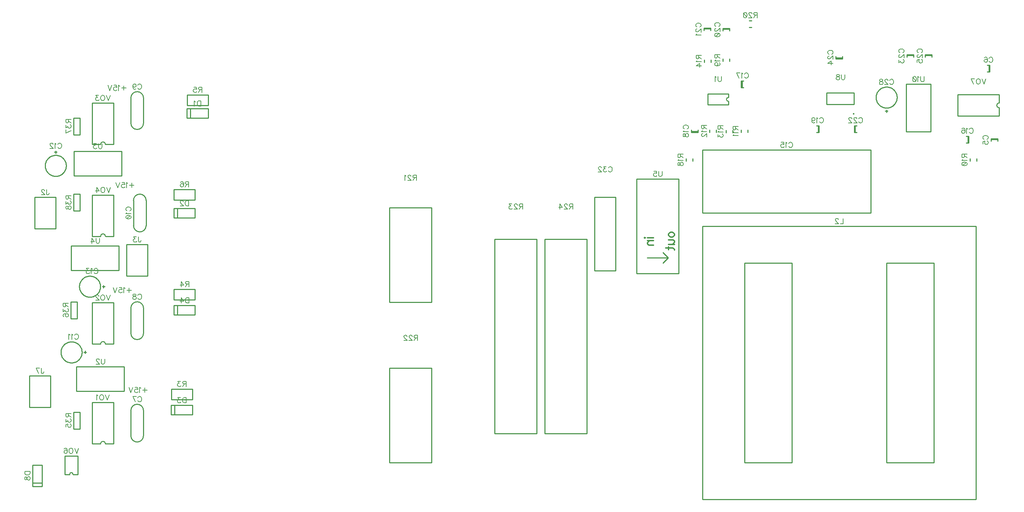
<source format=gbr>
G04 DipTrace 3.0.0.1*
G04 BottomSilk.gbr*
%MOMM*%
G04 #@! TF.FileFunction,Legend,Bot*
G04 #@! TF.Part,Single*
%ADD10C,0.25*%
%ADD67O,0.39124X0.39194*%
%ADD164C,0.19608*%
%ADD165C,0.31373*%
%FSLAX35Y35*%
G04*
G71*
G90*
G75*
G01*
G04 BotSilk*
%LPD*%
X24146420Y8888000D2*
D10*
X23986580D1*
X24146420Y8906920D2*
X23986580D1*
X24146420D2*
Y8847080D1*
X23986580Y8906920D2*
Y8847080D1*
X23937500Y10524580D2*
Y10684420D1*
X23956420Y10524580D2*
Y10684420D1*
Y10524580D2*
X23896580D1*
X23956420Y10684420D2*
X23896580D1*
X3517900Y1727505D2*
Y2336495D1*
X3213100Y1727505D2*
Y2336495D1*
G02X3517900Y2336495I152400J304D01*
G01*
Y1727505D2*
G02X3213100Y1727505I-152400J-304D01*
G01*
X3517900Y4204005D2*
Y4812995D1*
X3213100Y4204005D2*
Y4812995D1*
G02X3517900Y4812995I152400J304D01*
G01*
Y4204005D2*
G02X3213100Y4204005I-152400J-304D01*
G01*
X3517900Y9284005D2*
Y9892995D1*
X3213100Y9284005D2*
Y9892995D1*
G02X3517900Y9892995I152400J304D01*
G01*
Y9284005D2*
G02X3213100Y9284005I-152400J-304D01*
G01*
X3581400Y6807505D2*
Y7416495D1*
X3276600Y6807505D2*
Y7416495D1*
G02X3581400Y7416495I152400J304D01*
G01*
Y6807505D2*
G02X3276600Y6807505I-152400J-304D01*
G01*
X2107898Y3716477D2*
Y3776523D1*
X2137918Y3746500D2*
X2077940D1*
X1524015D2*
X1524634Y3764218D1*
X1526486Y3781850D1*
X1529564Y3799310D1*
X1533851Y3816512D1*
X1539328Y3833373D1*
X1545967Y3849811D1*
X1553736Y3865746D1*
X1562597Y3881099D1*
X1572508Y3895797D1*
X1583419Y3909768D1*
X1595278Y3922943D1*
X1608026Y3935259D1*
X1621603Y3946655D1*
X1635941Y3957076D1*
X1650970Y3966470D1*
X1666618Y3974794D1*
X1682809Y3982005D1*
X1699463Y3988068D1*
X1716499Y3992955D1*
X1733834Y3996641D1*
X1751385Y3999109D1*
X1769064Y4000345D1*
X1786787D1*
X1804466Y3999109D1*
X1822017Y3996641D1*
X1839352Y3992955D1*
X1856388Y3988068D1*
X1873042Y3982005D1*
X1889232Y3974794D1*
X1904881Y3966470D1*
X1919910Y3957076D1*
X1934248Y3946655D1*
X1947825Y3935259D1*
X1960573Y3922943D1*
X1972432Y3909768D1*
X1983343Y3895797D1*
X1993254Y3881099D1*
X2002115Y3865746D1*
X2009884Y3849811D1*
X2016523Y3833373D1*
X2022000Y3816512D1*
X2026287Y3799310D1*
X2029365Y3781850D1*
X2031217Y3764218D1*
X2031836Y3746500D1*
X2031217Y3728782D1*
X2029365Y3711150D1*
X2026287Y3693690D1*
X2022000Y3676488D1*
X2016523Y3659627D1*
X2009884Y3643189D1*
X2002115Y3627254D1*
X1993254Y3611901D1*
X1983343Y3597203D1*
X1972432Y3583232D1*
X1960573Y3570057D1*
X1947825Y3557741D1*
X1934248Y3546345D1*
X1919910Y3535924D1*
X1904881Y3526530D1*
X1889232Y3518206D1*
X1873042Y3510995D1*
X1856388Y3504932D1*
X1839352Y3500045D1*
X1822017Y3496359D1*
X1804466Y3493891D1*
X1786787Y3492655D1*
X1769064D1*
X1751385Y3493891D1*
X1733834Y3496359D1*
X1716499Y3500045D1*
X1699463Y3504932D1*
X1682809Y3510995D1*
X1666618Y3518206D1*
X1650970Y3526530D1*
X1635941Y3535924D1*
X1621603Y3546345D1*
X1608026Y3557741D1*
X1595278Y3570057D1*
X1583419Y3583232D1*
X1572508Y3597203D1*
X1562597Y3611901D1*
X1553736Y3627254D1*
X1545967Y3643189D1*
X1539328Y3659627D1*
X1533851Y3676488D1*
X1529564Y3693690D1*
X1526486Y3711150D1*
X1524634Y3728782D1*
X1524015Y3746500D1*
X1427023Y8584898D2*
X1366977D1*
X1397000Y8614918D2*
Y8554940D1*
X1143000Y8254925D2*
X1143619Y8272637D1*
X1145472Y8290263D1*
X1148551Y8307716D1*
X1152840Y8324913D1*
X1158318Y8341768D1*
X1164959Y8358200D1*
X1172731Y8374129D1*
X1181596Y8389477D1*
X1191510Y8404170D1*
X1202425Y8418136D1*
X1214288Y8431306D1*
X1227041Y8443618D1*
X1240622Y8455010D1*
X1254965Y8465427D1*
X1270000Y8474818D1*
X1285654Y8483139D1*
X1301850Y8490347D1*
X1318510Y8496409D1*
X1335552Y8501294D1*
X1352893Y8504978D1*
X1370450Y8507445D1*
X1388136Y8508681D1*
X1405864D1*
X1423550Y8507445D1*
X1441107Y8504978D1*
X1458448Y8501294D1*
X1475490Y8496409D1*
X1492150Y8490347D1*
X1508346Y8483139D1*
X1524000Y8474818D1*
X1539035Y8465427D1*
X1553378Y8455010D1*
X1566959Y8443618D1*
X1579712Y8431306D1*
X1591575Y8418136D1*
X1602490Y8404170D1*
X1612404Y8389477D1*
X1621269Y8374129D1*
X1629041Y8358200D1*
X1635682Y8341768D1*
X1641160Y8324913D1*
X1645449Y8307716D1*
X1648528Y8290263D1*
X1650381Y8272637D1*
X1651000Y8254925D1*
X1650381Y8237214D1*
X1648528Y8219588D1*
X1645449Y8202134D1*
X1641160Y8184938D1*
X1635682Y8168083D1*
X1629041Y8151651D1*
X1621269Y8135722D1*
X1612404Y8120373D1*
X1602490Y8105681D1*
X1591575Y8091715D1*
X1579712Y8078544D1*
X1566959Y8066233D1*
X1553378Y8054841D1*
X1539035Y8044424D1*
X1524000Y8035033D1*
X1508346Y8026712D1*
X1492150Y8019504D1*
X1475490Y8013442D1*
X1458448Y8008557D1*
X1441107Y8004872D1*
X1423550Y8002406D1*
X1405864Y8001170D1*
X1388136D1*
X1370450Y8002406D1*
X1352893Y8004872D1*
X1335552Y8008557D1*
X1318510Y8013442D1*
X1301850Y8019504D1*
X1285654Y8026712D1*
X1270000Y8035033D1*
X1254965Y8044424D1*
X1240622Y8054841D1*
X1227041Y8066233D1*
X1214288Y8078544D1*
X1202425Y8091715D1*
X1191510Y8105681D1*
X1181596Y8120373D1*
X1172731Y8135722D1*
X1164959Y8151651D1*
X1158318Y8168083D1*
X1152840Y8184938D1*
X1148551Y8202134D1*
X1145472Y8219588D1*
X1143619Y8237214D1*
X1143000Y8254925D1*
X2552398Y5303977D2*
Y5364023D1*
X2582418Y5334000D2*
X2522440D1*
X1968515D2*
X1969134Y5351718D1*
X1970986Y5369350D1*
X1974064Y5386810D1*
X1978351Y5404012D1*
X1983828Y5420873D1*
X1990467Y5437311D1*
X1998236Y5453246D1*
X2007097Y5468599D1*
X2017008Y5483297D1*
X2027919Y5497268D1*
X2039778Y5510443D1*
X2052526Y5522759D1*
X2066103Y5534155D1*
X2080441Y5544576D1*
X2095470Y5553970D1*
X2111118Y5562294D1*
X2127309Y5569505D1*
X2143963Y5575568D1*
X2160999Y5580455D1*
X2178334Y5584141D1*
X2195885Y5586609D1*
X2213564Y5587845D1*
X2231287D1*
X2248966Y5586609D1*
X2266517Y5584141D1*
X2283852Y5580455D1*
X2300888Y5575568D1*
X2317542Y5569505D1*
X2333732Y5562294D1*
X2349381Y5553970D1*
X2364410Y5544576D1*
X2378748Y5534155D1*
X2392325Y5522759D1*
X2405073Y5510443D1*
X2416932Y5497268D1*
X2427843Y5483297D1*
X2437754Y5468599D1*
X2446615Y5453246D1*
X2454384Y5437311D1*
X2461023Y5420873D1*
X2466500Y5404012D1*
X2470787Y5386810D1*
X2473865Y5369350D1*
X2475717Y5351718D1*
X2476336Y5334000D1*
X2475717Y5316282D1*
X2473865Y5298650D1*
X2470787Y5281190D1*
X2466500Y5263988D1*
X2461023Y5247127D1*
X2454384Y5230689D1*
X2446615Y5214754D1*
X2437754Y5199401D1*
X2427843Y5184703D1*
X2416932Y5170732D1*
X2405073Y5157557D1*
X2392325Y5145241D1*
X2378748Y5133845D1*
X2364410Y5123424D1*
X2349381Y5114030D1*
X2333732Y5105706D1*
X2317542Y5098495D1*
X2300888Y5092432D1*
X2283852Y5087545D1*
X2266517Y5083859D1*
X2248966Y5081391D1*
X2231287Y5080155D1*
X2213564D1*
X2195885Y5081391D1*
X2178334Y5083859D1*
X2160999Y5087545D1*
X2143963Y5092432D1*
X2127309Y5098495D1*
X2111118Y5105706D1*
X2095470Y5114030D1*
X2080441Y5123424D1*
X2066103Y5133845D1*
X2052526Y5145241D1*
X2039778Y5157557D1*
X2027919Y5170732D1*
X2017008Y5184703D1*
X2007097Y5199401D1*
X1998236Y5214754D1*
X1990467Y5230689D1*
X1983828Y5247127D1*
X1978351Y5263988D1*
X1974064Y5281190D1*
X1970986Y5298650D1*
X1969134Y5316282D1*
X1968515Y5334000D1*
X17017849Y7112000D2*
X21082151D1*
Y8636000D1*
X17017849D1*
Y7112000D1*
X23429500Y8810080D2*
Y8969920D1*
X23448420Y8810080D2*
Y8969920D1*
Y8810080D2*
X23388580D1*
X23448420Y8969920D2*
X23388580D1*
X17972500Y10303420D2*
Y10143580D1*
X17953580Y10303420D2*
Y10143580D1*
Y10303420D2*
X18013420D1*
X17953580Y10143580D2*
X18013420D1*
X16747580Y9082500D2*
X16907420D1*
X16747580Y9063580D2*
X16907420D1*
X16747580D2*
Y9123420D1*
X16907420Y9063580D2*
Y9123420D1*
X19810000Y9064080D2*
Y9223920D1*
X19828920Y9064080D2*
Y9223920D1*
Y9064080D2*
X19769080D1*
X19828920Y9223920D2*
X19769080D1*
X17669420Y11555000D2*
X17509580D1*
X17669420Y11573920D2*
X17509580D1*
X17669420D2*
Y11514080D1*
X17509580Y11573920D2*
Y11514080D1*
X17211920Y11568000D2*
X17052080D1*
X17211920Y11586920D2*
X17052080D1*
X17211920D2*
Y11527080D1*
X17052080Y11586920D2*
Y11527080D1*
X20703000Y9223920D2*
Y9064080D1*
X20684080Y9223920D2*
Y9064080D1*
Y9223920D2*
X20743920D1*
X20684080Y9064080D2*
X20743920D1*
X22114420Y10920000D2*
X21954580D1*
X22114420Y10938920D2*
X21954580D1*
X22114420D2*
Y10879080D1*
X21954580Y10938920D2*
Y10879080D1*
X20240080Y10860500D2*
X20399920D1*
X20240080Y10841580D2*
X20399920D1*
X20240080D2*
Y10901420D1*
X20399920Y10841580D2*
Y10901420D1*
X22558920Y10920000D2*
X22399080D1*
X22558920Y10938920D2*
X22399080D1*
X22558920D2*
Y10879080D1*
X22399080Y10938920D2*
Y10879080D1*
X21432977Y9576102D2*
X21493023D1*
X21463000Y9546082D2*
Y9606060D1*
X21209000Y9906075D2*
X21209619Y9923786D1*
X21211472Y9941412D1*
X21214551Y9958866D1*
X21218840Y9976062D1*
X21224318Y9992917D1*
X21230959Y10009349D1*
X21238731Y10025278D1*
X21247596Y10040627D1*
X21257510Y10055319D1*
X21268425Y10069285D1*
X21280288Y10082456D1*
X21293041Y10094767D1*
X21306622Y10106159D1*
X21320965Y10116576D1*
X21336000Y10125967D1*
X21351654Y10134288D1*
X21367850Y10141496D1*
X21384510Y10147558D1*
X21401552Y10152443D1*
X21418893Y10156128D1*
X21436450Y10158594D1*
X21454136Y10159830D1*
X21471864D1*
X21489550Y10158594D1*
X21507107Y10156128D1*
X21524448Y10152443D1*
X21541490Y10147558D1*
X21558150Y10141496D1*
X21574346Y10134288D1*
X21590000Y10125967D1*
X21605035Y10116576D1*
X21619378Y10106159D1*
X21632959Y10094767D1*
X21645712Y10082456D1*
X21657575Y10069285D1*
X21668490Y10055319D1*
X21678404Y10040627D1*
X21687269Y10025278D1*
X21695041Y10009349D1*
X21701682Y9992917D1*
X21707160Y9976062D1*
X21711449Y9958866D1*
X21714528Y9941412D1*
X21716381Y9923786D1*
X21717000Y9906075D1*
X21716381Y9888363D1*
X21714528Y9870737D1*
X21711449Y9853284D1*
X21707160Y9836087D1*
X21701682Y9819232D1*
X21695041Y9802800D1*
X21687269Y9786871D1*
X21678404Y9771523D1*
X21668490Y9756830D1*
X21657575Y9742864D1*
X21645712Y9729694D1*
X21632959Y9717382D1*
X21619378Y9705990D1*
X21605035Y9695573D1*
X21590000Y9686182D1*
X21574346Y9677861D1*
X21558150Y9670653D1*
X21541490Y9664591D1*
X21524448Y9659706D1*
X21507107Y9656022D1*
X21489550Y9653555D1*
X21471864Y9652319D1*
X21454136D1*
X21436450Y9653555D1*
X21418893Y9656022D1*
X21401552Y9659706D1*
X21384510Y9664591D1*
X21367850Y9670653D1*
X21351654Y9677861D1*
X21336000Y9686182D1*
X21320965Y9695573D1*
X21306622Y9705990D1*
X21293041Y9717382D1*
X21280288Y9729694D1*
X21268425Y9742864D1*
X21257510Y9756830D1*
X21247596Y9771523D1*
X21238731Y9786871D1*
X21230959Y9802800D1*
X21224318Y9819232D1*
X21218840Y9836087D1*
X21214551Y9853284D1*
X21211472Y9870737D1*
X21209619Y9888363D1*
X21209000Y9906075D1*
X14414500Y7492888D2*
X14922500D1*
Y5715112D1*
X14414500D1*
Y7492888D1*
X4567800Y9410000D2*
Y9640000D1*
X5078200D1*
X4652596Y9410000D2*
Y9640000D1*
X5078200Y9410000D2*
Y9640000D1*
X4567800Y9410000D2*
X5078200D1*
X4250300Y6997000D2*
Y7227000D1*
X4760700D1*
X4335096Y6997000D2*
Y7227000D1*
X4760700Y6997000D2*
Y7227000D1*
X4250300Y6997000D2*
X4760700D1*
X4186800Y2234500D2*
Y2464500D1*
X4697200D1*
X4271596Y2234500D2*
Y2464500D1*
X4697200Y2234500D2*
Y2464500D1*
X4186800Y2234500D2*
X4697200D1*
X4250300Y4647500D2*
Y4877500D1*
X4760700D1*
X4335096Y4647500D2*
Y4877500D1*
X4760700Y4647500D2*
Y4877500D1*
X4250300Y4647500D2*
X4760700D1*
X837500Y503800D2*
X1067500D1*
Y1014200D1*
X837500Y588596D2*
X1067500D1*
X837500Y1014200D2*
X1067500D1*
X837500Y503800D2*
Y1014200D1*
X889000Y7493000D2*
X1397000D1*
Y6731000D1*
X889000D1*
Y7493000D1*
X3111500Y6350000D2*
X3619500D1*
Y5588000D1*
X3111500D1*
Y6350000D1*
X762000Y3175000D2*
X1270000D1*
Y2413000D1*
X762000D1*
Y3175000D1*
X17018000Y6794500D2*
X23622000D1*
Y190500D1*
X17018000D1*
Y6794500D1*
X18033695Y5905602D2*
X19176848D1*
Y1079398D1*
X18033695D1*
Y5905602D1*
X21463152D2*
X22606305D1*
Y1079398D1*
X21463152D1*
Y5905602D1*
X4191457Y2857500D2*
X4698543D1*
Y2603500D2*
Y2857500D1*
X4191457Y2603500D2*
X4698543D1*
X4191457D2*
Y2857500D1*
X4254957Y5270500D2*
X4762043D1*
Y5016500D2*
Y5270500D1*
X4254957Y5016500D2*
X4762043D1*
X4254957D2*
Y5270500D1*
X4572457Y9969500D2*
X5079543D1*
Y9715500D2*
Y9969500D1*
X4572457Y9715500D2*
X5079543D1*
X4572457D2*
Y9969500D1*
X4254957Y7683500D2*
X4762043D1*
Y7429500D2*
Y7683500D1*
X4254957Y7429500D2*
X4762043D1*
X4254957D2*
Y7683500D1*
X23478580Y8365080D2*
Y8424920D1*
X23638420Y8365080D2*
Y8424920D1*
X17954080Y9063580D2*
Y9123420D1*
X18113920Y9063580D2*
Y9123420D1*
X17192080Y9063580D2*
Y9123420D1*
X17351920Y9063580D2*
Y9123420D1*
X17586080Y9050580D2*
Y9110420D1*
X17745920Y9050580D2*
Y9110420D1*
X17224920Y10811920D2*
Y10752080D1*
X17065080Y10811920D2*
Y10752080D1*
X16620580Y8365080D2*
Y8424920D1*
X16780420Y8365080D2*
Y8424920D1*
X17509580Y10778080D2*
Y10837920D1*
X17669420Y10778080D2*
Y10837920D1*
X18144080Y11763920D2*
X18203920D1*
X18144080Y11604080D2*
X18203920D1*
X10477500Y4953113D2*
X9461500D1*
Y7238887D1*
X10477500D1*
Y4953113D1*
X9461500Y3365387D2*
X10477500D1*
Y1079613D1*
X9461500D1*
Y3365387D1*
X13017500Y1776050D2*
Y6478950D1*
X12001500D2*
X13017500D1*
X12001500Y1776050D2*
Y6478950D1*
Y1776050D2*
X13017500D1*
X14224000D2*
Y6478950D1*
X13208000D2*
X14224000D1*
X13208000Y1776050D2*
Y6478950D1*
Y1776050D2*
X14224000D1*
X1981200Y1891919D2*
X1828800D1*
X1981200Y2299081D2*
Y1891919D1*
Y2299081D2*
X1828800D1*
Y1891919D1*
X1917700Y4558919D2*
X1765300D1*
X1917700Y4966081D2*
Y4558919D1*
Y4966081D2*
X1765300D1*
Y4558919D1*
X1828800Y9411081D2*
X1981200D1*
X1828800Y9003919D2*
Y9411081D1*
Y9003919D2*
X1981200D1*
Y9411081D1*
Y7162419D2*
X1828800D1*
X1981200Y7569581D2*
Y7162419D1*
Y7569581D2*
X1828800D1*
Y7162419D1*
X17649005Y9728482D2*
X17148995D1*
X17649005Y9988518D2*
X17148995D1*
Y9728482D2*
Y9988518D1*
X17649005Y9808476D2*
Y9728482D1*
Y9908524D2*
Y9988518D1*
Y9808476D2*
G02X17649005Y9908524I23J50024D01*
G01*
X1901500Y2801000D2*
X3051500D1*
Y3401000D1*
X1901500D1*
Y2801000D1*
X1838000Y8008000D2*
X2988000D1*
Y8608000D1*
X1838000D1*
Y8008000D1*
X1774500Y5722000D2*
X2924500D1*
Y6322000D1*
X1774500D1*
Y5722000D1*
X15430540Y7937500D2*
X16446460D1*
Y5651500D1*
X15430540D1*
Y7937500D1*
X15684520Y6032576D2*
X16192480D1*
X16065490Y6159449D2*
X16192480Y6032576D1*
X16065490Y5905475D2*
X16192480Y6032576D1*
D67*
X20671356Y9511806D3*
X20673996Y9738501D2*
D10*
X20014028D1*
X20673996Y10018500D2*
X20014028D1*
Y9738501D2*
Y10018500D1*
X20673996Y9738501D2*
Y10018500D1*
X21935500Y10227000D2*
X22535500D1*
Y9077000D1*
X21935500D1*
Y10227000D1*
X2800011Y1532000D2*
Y2532000D1*
X2279989D2*
X2800011D1*
X2279989Y1532000D2*
Y2532000D1*
Y1532000D2*
X2479990D1*
X2800011D2*
X2600010D1*
X2479990D2*
G02X2600010Y1532000I60010J-10D01*
G01*
X2800011Y3945000D2*
Y4945000D1*
X2279989D2*
X2800011D1*
X2279989Y3945000D2*
Y4945000D1*
Y3945000D2*
X2479990D1*
X2800011D2*
X2600010D1*
X2479990D2*
G02X2600010Y3945000I60010J-10D01*
G01*
X2800011Y8771000D2*
Y9771000D1*
X2279989D2*
X2800011D1*
X2279989Y8771000D2*
Y9771000D1*
Y8771000D2*
X2479990D1*
X2800011D2*
X2600010D1*
X2479990D2*
G02X2600010Y8771000I60010J-10D01*
G01*
X2800011Y6548500D2*
Y7548500D1*
X2279989D2*
X2800011D1*
X2279989Y6548500D2*
Y7548500D1*
Y6548500D2*
X2479990D1*
X2800011D2*
X2600010D1*
X2479990D2*
G02X2600010Y6548500I60010J-10D01*
G01*
X1615530Y791000D2*
Y1241000D1*
X1935470D1*
Y791000D1*
X1935385D2*
X1815620D1*
X1615360D2*
X1735380D1*
X1735465Y793475D2*
G02X1815535Y793475I40035J4691D01*
G01*
X24185500Y9975511D2*
X23185500D1*
Y9455489D2*
Y9975511D1*
X24185500Y9455489D2*
X23185500D1*
X24185500D2*
Y9655490D1*
Y9975511D2*
Y9775510D1*
Y9655490D2*
G02X24185500Y9775510I10J60010D01*
G01*
X23820837Y8893590D2*
D164*
X23808764Y8899626D1*
X23796550Y8911840D1*
X23790514Y8923913D1*
Y8948199D1*
X23796550Y8960413D1*
X23808764Y8972486D1*
X23820837Y8978663D1*
X23839087Y8984699D1*
X23869550D1*
X23887660Y8978663D1*
X23899873Y8972486D1*
X23911946Y8960413D1*
X23918123Y8948199D1*
Y8923913D1*
X23911946Y8911840D1*
X23899873Y8899626D1*
X23887660Y8893590D1*
X23790654Y8781515D2*
Y8842161D1*
X23845264Y8848197D1*
X23839227Y8842161D1*
X23833050Y8823911D1*
Y8805801D1*
X23839227Y8787551D1*
X23851300Y8775338D1*
X23869550Y8769301D1*
X23881623D1*
X23899873Y8775338D1*
X23912087Y8787551D1*
X23918123Y8805801D1*
Y8823911D1*
X23912087Y8842161D1*
X23905910Y8848197D1*
X23893837Y8854374D1*
X23940001Y10850164D2*
X23946038Y10862237D1*
X23958251Y10874450D1*
X23970324Y10880487D1*
X23994611D1*
X24006824Y10874450D1*
X24018897Y10862237D1*
X24025074Y10850164D1*
X24031111Y10831914D1*
Y10801450D1*
X24025074Y10783340D1*
X24018897Y10771127D1*
X24006824Y10759054D1*
X23994611Y10752877D1*
X23970324D1*
X23958251Y10759054D1*
X23946038Y10771127D1*
X23940001Y10783340D1*
X23827926Y10862237D2*
X23833962Y10874310D1*
X23852212Y10880346D1*
X23864285D1*
X23882535Y10874310D1*
X23894749Y10856060D1*
X23900785Y10825737D1*
Y10795414D1*
X23894749Y10771127D1*
X23882535Y10758914D1*
X23864285Y10752877D1*
X23858249D1*
X23840139Y10758914D1*
X23827926Y10771127D1*
X23821889Y10789377D1*
Y10795414D1*
X23827926Y10813664D1*
X23840139Y10825737D1*
X23858249Y10831773D1*
X23864285D1*
X23882535Y10825737D1*
X23894749Y10813664D1*
X23900785Y10795414D1*
X3382090Y2644864D2*
X3388126Y2656937D1*
X3400340Y2669150D1*
X3412413Y2675187D1*
X3436699D1*
X3448913Y2669150D1*
X3460986Y2656937D1*
X3467163Y2644864D1*
X3473199Y2626614D1*
Y2596150D1*
X3467163Y2578040D1*
X3460986Y2565827D1*
X3448913Y2553754D1*
X3436699Y2547577D1*
X3412413D1*
X3400340Y2553754D1*
X3388126Y2565827D1*
X3382090Y2578040D1*
X3318587Y2547577D2*
X3257801Y2675046D1*
X3342874D1*
X3382019Y5121364D2*
X3388056Y5133437D1*
X3400269Y5145650D1*
X3412342Y5151687D1*
X3436629D1*
X3448842Y5145650D1*
X3460916Y5133437D1*
X3467092Y5121364D1*
X3473129Y5103114D1*
Y5072650D1*
X3467092Y5054540D1*
X3460916Y5042327D1*
X3448842Y5030254D1*
X3436629Y5024077D1*
X3412342D1*
X3400269Y5030254D1*
X3388056Y5042327D1*
X3382019Y5054540D1*
X3312481Y5151546D2*
X3330590Y5145510D1*
X3336767Y5133437D1*
Y5121223D1*
X3330590Y5109150D1*
X3318517Y5102973D1*
X3294231Y5096937D1*
X3275981Y5090900D1*
X3263908Y5078687D1*
X3257871Y5066614D1*
Y5048364D1*
X3263908Y5036290D1*
X3269944Y5030114D1*
X3288194Y5024077D1*
X3312481D1*
X3330590Y5030114D1*
X3336767Y5036290D1*
X3342804Y5048364D1*
Y5066614D1*
X3336767Y5078687D1*
X3324554Y5090900D1*
X3306444Y5096937D1*
X3282158Y5102973D1*
X3269944Y5109150D1*
X3263908Y5121223D1*
Y5133437D1*
X3269944Y5145510D1*
X3288194Y5151546D1*
X3312481D1*
X3379071Y10201364D2*
X3385108Y10213437D1*
X3397321Y10225650D1*
X3409394Y10231687D1*
X3433681D1*
X3445894Y10225650D1*
X3457967Y10213437D1*
X3464144Y10201364D1*
X3470181Y10183114D1*
Y10152650D1*
X3464144Y10134540D1*
X3457967Y10122327D1*
X3445894Y10110254D1*
X3433681Y10104077D1*
X3409394D1*
X3397321Y10110254D1*
X3385108Y10122327D1*
X3379071Y10134540D1*
X3260819Y10189150D2*
X3266996Y10170900D1*
X3279069Y10158687D1*
X3297319Y10152650D1*
X3303356D1*
X3321606Y10158687D1*
X3333679Y10170900D1*
X3339856Y10189150D1*
Y10195187D1*
X3333679Y10213437D1*
X3321606Y10225510D1*
X3303356Y10231546D1*
X3297319D1*
X3279069Y10225510D1*
X3266996Y10213437D1*
X3260819Y10189150D1*
Y10158687D1*
X3266996Y10128364D1*
X3279069Y10110114D1*
X3297319Y10104077D1*
X3309392D1*
X3327642Y10110114D1*
X3333679Y10122327D1*
X3120936Y7163429D2*
X3108863Y7169466D1*
X3096650Y7181679D1*
X3090613Y7193752D1*
Y7218039D1*
X3096650Y7230252D1*
X3108863Y7242325D1*
X3120936Y7248502D1*
X3139186Y7254539D1*
X3169650D1*
X3187759Y7248502D1*
X3199973Y7242325D1*
X3212046Y7230252D1*
X3218223Y7218039D1*
Y7193752D1*
X3212046Y7181679D1*
X3199973Y7169466D1*
X3187759Y7163429D1*
X3115040Y7124214D2*
X3108863Y7112000D1*
X3090754Y7093750D1*
X3218223D1*
X3090754Y7018035D2*
X3096790Y7036285D1*
X3115040Y7048498D1*
X3145363Y7054535D1*
X3163613D1*
X3193936Y7048498D1*
X3212186Y7036284D1*
X3218223Y7018034D1*
Y7005961D1*
X3212186Y6987712D1*
X3193936Y6975638D1*
X3163613Y6969462D1*
X3145363D1*
X3115040Y6975638D1*
X3096790Y6987712D1*
X3090754Y7005962D1*
Y7018035D1*
X3115040Y6975638D2*
X3193936Y7048498D1*
X1855091Y4156164D2*
X1861128Y4168237D1*
X1873341Y4180450D1*
X1885414Y4186487D1*
X1909701D1*
X1921914Y4180450D1*
X1933987Y4168237D1*
X1940164Y4156164D1*
X1946201Y4137914D1*
Y4107450D1*
X1940164Y4089340D1*
X1933987Y4077127D1*
X1921914Y4065054D1*
X1909701Y4058877D1*
X1885414D1*
X1873341Y4065054D1*
X1861128Y4077127D1*
X1855091Y4089340D1*
X1815875Y4162060D2*
X1803662Y4168237D1*
X1785412Y4186346D1*
Y4058877D1*
X1746196Y4162060D2*
X1733983Y4168237D1*
X1715733Y4186346D1*
Y4058877D1*
X1448429Y8770582D2*
X1454466Y8782655D1*
X1466679Y8794868D1*
X1478752Y8800905D1*
X1503039D1*
X1515252Y8794868D1*
X1527325Y8782655D1*
X1533502Y8770582D1*
X1539539Y8752332D1*
Y8721868D1*
X1533502Y8703759D1*
X1527325Y8691545D1*
X1515252Y8679472D1*
X1503039Y8673295D1*
X1478752D1*
X1466679Y8679472D1*
X1454466Y8691545D1*
X1448429Y8703759D1*
X1409213Y8776478D2*
X1397000Y8782655D1*
X1378750Y8800765D1*
Y8673295D1*
X1333357Y8770441D2*
Y8776478D1*
X1327321Y8788691D1*
X1321284Y8794728D1*
X1309071Y8800765D1*
X1284784D1*
X1272711Y8794728D1*
X1266675Y8788691D1*
X1260498Y8776478D1*
Y8764405D1*
X1266675Y8752191D1*
X1278748Y8734082D1*
X1339534Y8673295D1*
X1254461D1*
X2326896Y5743664D2*
X2332932Y5755737D1*
X2345146Y5767950D1*
X2357219Y5773987D1*
X2381505D1*
X2393719Y5767950D1*
X2405792Y5755737D1*
X2411969Y5743664D1*
X2418005Y5725414D1*
Y5694950D1*
X2411969Y5676840D1*
X2405792Y5664627D1*
X2393719Y5652554D1*
X2381505Y5646377D1*
X2357219D1*
X2345146Y5652554D1*
X2332932Y5664627D1*
X2326896Y5676840D1*
X2287680Y5749560D2*
X2275467Y5755737D1*
X2257217Y5773846D1*
Y5646377D1*
X2205788Y5773846D2*
X2139105D1*
X2175464Y5725273D1*
X2157214D1*
X2145141Y5719237D1*
X2139105Y5713200D1*
X2132928Y5694950D1*
Y5682877D1*
X2139105Y5664627D1*
X2151178Y5652414D1*
X2169428Y5646377D1*
X2187678D1*
X2205788Y5652414D1*
X2211824Y5658590D1*
X2218001Y5670664D1*
X19101429Y8791664D2*
X19107466Y8803737D1*
X19119679Y8815950D1*
X19131752Y8821987D1*
X19156039D1*
X19168252Y8815950D1*
X19180325Y8803737D1*
X19186502Y8791664D1*
X19192539Y8773414D1*
Y8742950D1*
X19186502Y8724840D1*
X19180325Y8712627D1*
X19168252Y8700554D1*
X19156039Y8694377D1*
X19131752D1*
X19119679Y8700554D1*
X19107466Y8712627D1*
X19101429Y8724840D1*
X19062213Y8797560D2*
X19050000Y8803737D1*
X19031750Y8821846D1*
Y8694377D1*
X18919675Y8821846D2*
X18980321D1*
X18986357Y8767237D1*
X18980321Y8773273D1*
X18962071Y8779450D1*
X18943961D1*
X18925711Y8773273D1*
X18913498Y8761200D1*
X18907461Y8742950D1*
Y8730877D1*
X18913498Y8712627D1*
X18925711Y8700414D1*
X18943961Y8694377D1*
X18962071D1*
X18980321Y8700414D1*
X18986357Y8706590D1*
X18992534Y8718664D1*
X23466841Y9135664D2*
X23472877Y9147737D1*
X23485091Y9159950D1*
X23497164Y9165987D1*
X23521450D1*
X23533664Y9159950D1*
X23545737Y9147737D1*
X23551914Y9135664D1*
X23557950Y9117414D1*
Y9086950D1*
X23551914Y9068840D1*
X23545737Y9056627D1*
X23533664Y9044554D1*
X23521450Y9038377D1*
X23497164D1*
X23485091Y9044554D1*
X23472877Y9056627D1*
X23466841Y9068840D1*
X23427625Y9141560D2*
X23415412Y9147737D1*
X23397162Y9165846D1*
Y9038377D1*
X23285086Y9147737D2*
X23291123Y9159810D1*
X23309373Y9165846D1*
X23321446D1*
X23339696Y9159810D1*
X23351909Y9141560D1*
X23357946Y9111237D1*
Y9080914D1*
X23351909Y9056627D1*
X23339696Y9044414D1*
X23321446Y9038377D1*
X23315409D1*
X23297300Y9044414D1*
X23285086Y9056627D1*
X23279050Y9074877D1*
Y9080914D1*
X23285086Y9099164D1*
X23297300Y9111237D1*
X23315409Y9117273D1*
X23321446D1*
X23339696Y9111237D1*
X23351909Y9099164D1*
X23357946Y9080914D1*
X18034929Y10469164D2*
X18040966Y10481237D1*
X18053179Y10493450D1*
X18065252Y10499487D1*
X18089539D1*
X18101752Y10493450D1*
X18113825Y10481237D1*
X18120002Y10469164D1*
X18126039Y10450914D1*
Y10420450D1*
X18120002Y10402340D1*
X18113825Y10390127D1*
X18101752Y10378054D1*
X18089539Y10371877D1*
X18065252D1*
X18053179Y10378054D1*
X18040966Y10390127D1*
X18034929Y10402340D1*
X17995713Y10475060D2*
X17983500Y10481237D1*
X17965250Y10499346D1*
Y10371877D1*
X17901748D2*
X17840961Y10499346D1*
X17926034D1*
X16581837Y9144859D2*
X16569764Y9150896D1*
X16557550Y9163109D1*
X16551514Y9175182D1*
Y9199469D1*
X16557550Y9211682D1*
X16569764Y9223755D1*
X16581837Y9229932D1*
X16600087Y9235969D1*
X16630550D1*
X16648660Y9229932D1*
X16660873Y9223755D1*
X16672946Y9211682D1*
X16679123Y9199469D1*
Y9175182D1*
X16672946Y9163109D1*
X16660873Y9150896D1*
X16648660Y9144859D1*
X16575940Y9105643D2*
X16569764Y9093430D1*
X16551654Y9075180D1*
X16679123D1*
X16551654Y9005641D2*
X16557690Y9023751D1*
X16569764Y9029928D1*
X16581977D1*
X16594050Y9023751D1*
X16600227Y9011678D1*
X16606263Y8987391D1*
X16612300Y8969141D1*
X16624513Y8957068D1*
X16636586Y8951032D1*
X16654836D1*
X16666910Y8957068D1*
X16673087Y8963105D1*
X16679123Y8981355D1*
Y9005641D1*
X16673087Y9023751D1*
X16666910Y9029928D1*
X16654837Y9035964D1*
X16636587D1*
X16624514Y9029928D1*
X16612300Y9017714D1*
X16606264Y8999605D1*
X16600227Y8975318D1*
X16594050Y8963105D1*
X16581977Y8957068D1*
X16569763D1*
X16557690Y8963105D1*
X16551654Y8981355D1*
Y9005641D1*
X19847411Y9389664D2*
X19853447Y9401737D1*
X19865661Y9413950D1*
X19877734Y9419987D1*
X19902020D1*
X19914234Y9413950D1*
X19926307Y9401737D1*
X19932484Y9389664D1*
X19938520Y9371414D1*
Y9340950D1*
X19932484Y9322840D1*
X19926307Y9310627D1*
X19914234Y9298554D1*
X19902020Y9292377D1*
X19877734D1*
X19865661Y9298554D1*
X19853447Y9310627D1*
X19847411Y9322840D1*
X19808195Y9395560D2*
X19795982Y9401737D1*
X19777732Y9419846D1*
Y9292377D1*
X19659480Y9377450D2*
X19665656Y9359200D1*
X19677730Y9346987D1*
X19695980Y9340950D1*
X19702016D1*
X19720266Y9346987D1*
X19732339Y9359200D1*
X19738516Y9377450D1*
Y9383487D1*
X19732339Y9401737D1*
X19720266Y9413810D1*
X19702016Y9419846D1*
X19695980D1*
X19677730Y9413810D1*
X19665656Y9401737D1*
X19659480Y9377450D1*
Y9346987D1*
X19665656Y9316664D1*
X19677730Y9298414D1*
X19695980Y9292377D1*
X19708053D1*
X19726303Y9298414D1*
X19732339Y9310627D1*
X17343837Y11622734D2*
X17331764Y11628771D1*
X17319550Y11640984D1*
X17313514Y11653057D1*
Y11677344D1*
X17319550Y11689557D1*
X17331764Y11701630D1*
X17343837Y11707807D1*
X17362087Y11713844D1*
X17392550D1*
X17410660Y11707807D1*
X17422873Y11701630D1*
X17434946Y11689557D1*
X17441123Y11677344D1*
Y11653057D1*
X17434946Y11640984D1*
X17422873Y11628771D1*
X17410660Y11622734D1*
X17343977Y11577341D2*
X17337940D1*
X17325727Y11571305D1*
X17319690Y11565268D1*
X17313654Y11553055D1*
Y11528768D1*
X17319690Y11516695D1*
X17325727Y11510659D1*
X17337940Y11504482D1*
X17350014D1*
X17362227Y11510659D1*
X17380337Y11522732D1*
X17441123Y11583518D1*
Y11498445D1*
X17313654Y11422730D2*
X17319690Y11440980D1*
X17337940Y11453193D1*
X17368264Y11459230D1*
X17386514D1*
X17416837Y11453193D1*
X17435087Y11440980D1*
X17441123Y11422730D1*
Y11410657D1*
X17435087Y11392407D1*
X17416836Y11380334D1*
X17386513Y11374157D1*
X17368263D1*
X17337940Y11380334D1*
X17319690Y11392407D1*
X17313654Y11410657D1*
Y11422730D1*
X17337940Y11380334D2*
X17416837Y11453193D1*
X16886337Y11608429D2*
X16874264Y11614466D1*
X16862050Y11626679D1*
X16856014Y11638752D1*
Y11663039D1*
X16862050Y11675252D1*
X16874264Y11687325D1*
X16886337Y11693502D1*
X16904587Y11699539D1*
X16935050D1*
X16953160Y11693502D1*
X16965373Y11687325D1*
X16977446Y11675252D1*
X16983623Y11663039D1*
Y11638752D1*
X16977446Y11626679D1*
X16965373Y11614466D1*
X16953160Y11608429D1*
X16886477Y11563037D2*
X16880440D1*
X16868227Y11557000D1*
X16862190Y11550964D1*
X16856154Y11538750D1*
Y11514464D1*
X16862190Y11502391D1*
X16868227Y11496354D1*
X16880440Y11490177D1*
X16892514D1*
X16904727Y11496354D1*
X16922837Y11508427D1*
X16983623Y11569213D1*
Y11484140D1*
X16880440Y11444925D2*
X16874263Y11432712D1*
X16856154Y11414462D1*
X16983623D1*
X20792734Y9389664D2*
X20798770Y9401737D1*
X20810984Y9413950D1*
X20823057Y9419987D1*
X20847344D1*
X20859557Y9413950D1*
X20871630Y9401737D1*
X20877807Y9389664D1*
X20883844Y9371414D1*
Y9340950D1*
X20877807Y9322840D1*
X20871630Y9310627D1*
X20859557Y9298554D1*
X20847344Y9292377D1*
X20823057D1*
X20810984Y9298554D1*
X20798770Y9310627D1*
X20792734Y9322840D1*
X20747341Y9389523D2*
Y9395560D1*
X20741305Y9407773D1*
X20735268Y9413810D1*
X20723055Y9419846D1*
X20698768D1*
X20686695Y9413810D1*
X20680659Y9407773D1*
X20674482Y9395560D1*
Y9383487D1*
X20680659Y9371273D1*
X20692732Y9353164D1*
X20753518Y9292377D1*
X20668445D1*
X20623053Y9389523D2*
Y9395560D1*
X20617016Y9407773D1*
X20610980Y9413810D1*
X20598766Y9419846D1*
X20574480D1*
X20562406Y9413810D1*
X20556370Y9407773D1*
X20550193Y9395560D1*
Y9383487D1*
X20556370Y9371273D1*
X20568443Y9353164D1*
X20629230Y9292377D1*
X20544156D1*
X21788837Y10987734D2*
X21776764Y10993771D1*
X21764550Y11005984D1*
X21758514Y11018057D1*
Y11042344D1*
X21764550Y11054557D1*
X21776764Y11066630D1*
X21788837Y11072807D1*
X21807087Y11078844D1*
X21837550D1*
X21855660Y11072807D1*
X21867873Y11066630D1*
X21879946Y11054557D1*
X21886123Y11042344D1*
Y11018057D1*
X21879946Y11005984D1*
X21867873Y10993771D1*
X21855660Y10987734D1*
X21788977Y10942341D2*
X21782940D1*
X21770727Y10936305D1*
X21764690Y10930268D1*
X21758654Y10918055D1*
Y10893768D1*
X21764690Y10881695D1*
X21770727Y10875659D1*
X21782940Y10869482D1*
X21795014D1*
X21807227Y10875659D1*
X21825337Y10887732D1*
X21886123Y10948518D1*
Y10863445D1*
X21758654Y10812016D2*
Y10745334D1*
X21807227Y10781693D1*
Y10763443D1*
X21813263Y10751370D1*
X21819300Y10745334D1*
X21837550Y10739157D1*
X21849623D1*
X21867873Y10745334D1*
X21880087Y10757407D1*
X21886123Y10775657D1*
Y10793907D1*
X21880087Y10812016D1*
X21873910Y10818053D1*
X21861837Y10824230D1*
X20074337Y10953252D2*
X20062264Y10959289D1*
X20050050Y10971502D1*
X20044014Y10983575D1*
Y11007862D1*
X20050050Y11020075D1*
X20062264Y11032148D1*
X20074337Y11038325D1*
X20092587Y11044362D1*
X20123050D1*
X20141160Y11038325D1*
X20153373Y11032148D1*
X20165446Y11020075D1*
X20171623Y11007862D1*
Y10983575D1*
X20165446Y10971502D1*
X20153373Y10959289D1*
X20141160Y10953252D1*
X20074477Y10907860D2*
X20068440D1*
X20056227Y10901823D1*
X20050190Y10895787D1*
X20044154Y10883573D1*
Y10859287D1*
X20050190Y10847214D1*
X20056227Y10841177D1*
X20068440Y10835000D1*
X20080514D1*
X20092727Y10841177D1*
X20110837Y10853250D1*
X20171623Y10914037D1*
Y10828964D1*
Y10728961D2*
X20044154Y10728962D1*
X20129087Y10789748D1*
X20129086Y10698638D1*
X22233337Y10987734D2*
X22221264Y10993771D1*
X22209050Y11005984D1*
X22203014Y11018057D1*
Y11042344D1*
X22209050Y11054557D1*
X22221264Y11066630D1*
X22233337Y11072807D1*
X22251587Y11078844D1*
X22282050D1*
X22300160Y11072807D1*
X22312373Y11066630D1*
X22324446Y11054557D1*
X22330623Y11042344D1*
Y11018057D1*
X22324446Y11005984D1*
X22312373Y10993771D1*
X22300160Y10987734D1*
X22233477Y10942341D2*
X22227440D1*
X22215227Y10936305D1*
X22209190Y10930268D1*
X22203154Y10918055D1*
Y10893768D1*
X22209190Y10881695D1*
X22215227Y10875659D1*
X22227440Y10869482D1*
X22239514D1*
X22251727Y10875659D1*
X22269837Y10887732D1*
X22330623Y10948518D1*
Y10863445D1*
X22203154Y10751370D2*
Y10812016D1*
X22257764Y10818053D1*
X22251727Y10812016D1*
X22245550Y10793766D1*
Y10775657D1*
X22251727Y10757407D1*
X22263800Y10745193D1*
X22282050Y10739157D1*
X22294123D1*
X22312373Y10745193D1*
X22324587Y10757407D1*
X22330623Y10775657D1*
Y10793766D1*
X22324587Y10812016D1*
X22318410Y10818053D1*
X22306337Y10824230D1*
X21541664Y10315649D2*
X21547700Y10327722D1*
X21559914Y10339935D1*
X21571987Y10345972D1*
X21596273D1*
X21608487Y10339935D1*
X21620560Y10327722D1*
X21626737Y10315649D1*
X21632773Y10297399D1*
Y10266935D1*
X21626737Y10248825D1*
X21620560Y10236612D1*
X21608487Y10224539D1*
X21596273Y10218362D1*
X21571987D1*
X21559914Y10224539D1*
X21547700Y10236612D1*
X21541664Y10248825D1*
X21496271Y10315508D2*
Y10321545D1*
X21490235Y10333758D1*
X21484198Y10339795D1*
X21471985Y10345831D1*
X21447698D1*
X21435625Y10339795D1*
X21429588Y10333758D1*
X21423412Y10321545D1*
Y10309472D1*
X21429588Y10297258D1*
X21441662Y10279149D1*
X21502448Y10218362D1*
X21417375D1*
X21347836Y10345831D2*
X21365946Y10339795D1*
X21372123Y10327722D1*
Y10315508D1*
X21365946Y10303435D1*
X21353873Y10297258D1*
X21329586Y10291222D1*
X21311336Y10285185D1*
X21299263Y10272972D1*
X21293227Y10260899D1*
Y10242649D1*
X21299263Y10230575D1*
X21305300Y10224399D1*
X21323550Y10218362D1*
X21347836D1*
X21365946Y10224399D1*
X21372123Y10230575D1*
X21378159Y10242649D1*
Y10260899D1*
X21372123Y10272972D1*
X21359909Y10285185D1*
X21341800Y10291222D1*
X21317513Y10297258D1*
X21305300Y10303435D1*
X21299263Y10315508D1*
Y10327722D1*
X21305300Y10339795D1*
X21323550Y10345831D1*
X21347836D1*
X14747234Y8202664D2*
X14753270Y8214737D1*
X14765484Y8226950D1*
X14777557Y8232987D1*
X14801844D1*
X14814057Y8226950D1*
X14826130Y8214737D1*
X14832307Y8202664D1*
X14838344Y8184414D1*
Y8153950D1*
X14832307Y8135840D1*
X14826130Y8123627D1*
X14814057Y8111554D1*
X14801844Y8105377D1*
X14777557D1*
X14765484Y8111554D1*
X14753270Y8123627D1*
X14747234Y8135840D1*
X14695805Y8232846D2*
X14629122D1*
X14665482Y8184273D1*
X14647232D1*
X14635159Y8178237D1*
X14629122Y8172200D1*
X14622945Y8153950D1*
Y8141877D1*
X14629122Y8123627D1*
X14641195Y8111414D1*
X14659445Y8105377D1*
X14677695D1*
X14695805Y8111414D1*
X14701841Y8117590D1*
X14708018Y8129664D1*
X14577553Y8202523D2*
Y8208560D1*
X14571516Y8220773D1*
X14565480Y8226810D1*
X14553266Y8232846D1*
X14528980D1*
X14516906Y8226810D1*
X14510870Y8220773D1*
X14504693Y8208560D1*
Y8196487D1*
X14510870Y8184273D1*
X14522943Y8166164D1*
X14583730Y8105377D1*
X14498656D1*
X4900376Y9825987D2*
Y9698377D1*
X4857840D1*
X4839590Y9704554D1*
X4827376Y9716627D1*
X4821340Y9728840D1*
X4815303Y9746950D1*
Y9777414D1*
X4821340Y9795664D1*
X4827376Y9807737D1*
X4839590Y9819950D1*
X4857840Y9825987D1*
X4900376D1*
X4776087Y9801560D2*
X4763874Y9807737D1*
X4745624Y9825846D1*
Y9698377D1*
X4610181Y7412987D2*
Y7285377D1*
X4567644D1*
X4549394Y7291554D1*
X4537181Y7303627D1*
X4531144Y7315840D1*
X4525108Y7333950D1*
Y7364414D1*
X4531144Y7382664D1*
X4537181Y7394737D1*
X4549394Y7406950D1*
X4567644Y7412987D1*
X4610181D1*
X4479715Y7382523D2*
Y7388560D1*
X4473679Y7400773D1*
X4467642Y7406810D1*
X4455429Y7412846D1*
X4431142D1*
X4419069Y7406810D1*
X4413033Y7400773D1*
X4406856Y7388560D1*
Y7376487D1*
X4413033Y7364273D1*
X4425106Y7346164D1*
X4485892Y7285377D1*
X4400819D1*
X4546681Y2650487D2*
Y2522877D1*
X4504144D1*
X4485894Y2529054D1*
X4473681Y2541127D1*
X4467644Y2553340D1*
X4461608Y2571450D1*
Y2601914D1*
X4467644Y2620164D1*
X4473681Y2632237D1*
X4485894Y2644450D1*
X4504144Y2650487D1*
X4546681D1*
X4410179Y2650346D2*
X4343496D1*
X4379856Y2601773D1*
X4361606D1*
X4349533Y2595737D1*
X4343496Y2589700D1*
X4337319Y2571450D1*
Y2559377D1*
X4343496Y2541127D1*
X4355569Y2528914D1*
X4373819Y2522877D1*
X4392069D1*
X4410179Y2528914D1*
X4416215Y2535090D1*
X4422392Y2547164D1*
X4613199Y5063487D2*
Y4935877D1*
X4570663D1*
X4552413Y4942054D1*
X4540199Y4954127D1*
X4534163Y4966340D1*
X4528126Y4984450D1*
Y5014914D1*
X4534163Y5033164D1*
X4540199Y5045237D1*
X4552413Y5057450D1*
X4570663Y5063487D1*
X4613199D1*
X4428124Y4935877D2*
Y5063346D1*
X4488910Y4978414D1*
X4397801D1*
X651514Y863611D2*
X779123D1*
Y821074D1*
X772946Y802824D1*
X760873Y790611D1*
X748660Y784574D1*
X730550Y778538D1*
X700087D1*
X681837Y784574D1*
X669764Y790611D1*
X657550Y802824D1*
X651514Y821074D1*
Y863611D1*
X651654Y708999D2*
X657690Y727109D1*
X669764Y733286D1*
X681977D1*
X694050Y727109D1*
X700227Y715036D1*
X706263Y690749D1*
X712300Y672499D1*
X724513Y660426D1*
X736586Y654390D1*
X754836D1*
X766910Y660426D1*
X773087Y666463D1*
X779123Y684713D1*
Y708999D1*
X773087Y727109D1*
X766910Y733286D1*
X754837Y739322D1*
X736587D1*
X724514Y733286D1*
X712300Y721072D1*
X706264Y702963D1*
X700227Y678676D1*
X694050Y666463D1*
X681977Y660426D1*
X669763D1*
X657690Y666463D1*
X651654Y684713D1*
Y708999D1*
X1174751Y7678987D2*
Y7581840D1*
X1180788Y7563590D1*
X1186965Y7557554D1*
X1199038Y7551377D1*
X1211251D1*
X1223324Y7557554D1*
X1229361Y7563590D1*
X1235538Y7581840D1*
Y7593914D1*
X1129359Y7648523D2*
Y7654560D1*
X1123322Y7666773D1*
X1117285Y7672810D1*
X1105072Y7678846D1*
X1080785D1*
X1068712Y7672810D1*
X1062676Y7666773D1*
X1056499Y7654560D1*
Y7642487D1*
X1062676Y7630273D1*
X1074749Y7612164D1*
X1135535Y7551377D1*
X1050462D1*
X3397251Y6535987D2*
Y6438840D1*
X3403288Y6420590D1*
X3409465Y6414554D1*
X3421538Y6408377D1*
X3433751D1*
X3445824Y6414554D1*
X3451861Y6420590D1*
X3458038Y6438840D1*
Y6450914D1*
X3345822Y6535846D2*
X3279139D1*
X3315499Y6487273D1*
X3297249D1*
X3285176Y6481237D1*
X3279139Y6475200D1*
X3272962Y6456950D1*
Y6444877D1*
X3279139Y6426627D1*
X3291212Y6414414D1*
X3309462Y6408377D1*
X3327712D1*
X3345822Y6414414D1*
X3351859Y6420590D1*
X3358035Y6432664D1*
X1047751Y3360987D2*
Y3263840D1*
X1053788Y3245590D1*
X1059965Y3239554D1*
X1072038Y3233377D1*
X1084251D1*
X1096324Y3239554D1*
X1102361Y3245590D1*
X1108538Y3263840D1*
Y3275914D1*
X984249Y3233377D2*
X923462Y3360846D1*
X1008535D1*
X20418574Y6980487D2*
Y6852877D1*
X20345715D1*
X20300322Y6950023D2*
Y6956060D1*
X20294285Y6968273D1*
X20288249Y6974310D1*
X20276035Y6980346D1*
X20251749D1*
X20239676Y6974310D1*
X20233639Y6968273D1*
X20227462Y6956060D1*
Y6943987D1*
X20233639Y6931773D1*
X20245712Y6913664D1*
X20306499Y6852877D1*
X20221426D1*
X4549681Y2982700D2*
X4495071D1*
X4476821Y2988877D1*
X4470644Y2994914D1*
X4464608Y3006987D1*
Y3019200D1*
X4470644Y3031273D1*
X4476821Y3037450D1*
X4495071Y3043487D1*
X4549681D1*
Y2915877D1*
X4507144Y2982700D2*
X4464608Y2915877D1*
X4413179Y3043346D2*
X4346496D1*
X4382856Y2994773D1*
X4364606D1*
X4352533Y2988737D1*
X4346496Y2982700D1*
X4340319Y2964450D1*
Y2952377D1*
X4346496Y2934127D1*
X4358569Y2921914D1*
X4376819Y2915877D1*
X4395069D1*
X4413179Y2921914D1*
X4419215Y2928090D1*
X4425392Y2940164D1*
X4616199Y5395700D2*
X4561590D1*
X4543340Y5401877D1*
X4537163Y5407914D1*
X4531126Y5419987D1*
Y5432200D1*
X4537163Y5444273D1*
X4543340Y5450450D1*
X4561590Y5456487D1*
X4616199D1*
Y5328877D1*
X4573663Y5395700D2*
X4531126Y5328877D1*
X4431124D2*
Y5456346D1*
X4491910Y5371414D1*
X4400801D1*
X4930681Y10094700D2*
X4876071D1*
X4857821Y10100877D1*
X4851644Y10106914D1*
X4845608Y10118987D1*
Y10131200D1*
X4851644Y10143273D1*
X4857821Y10149450D1*
X4876071Y10155487D1*
X4930681D1*
Y10027877D1*
X4888144Y10094700D2*
X4845608Y10027877D1*
X4733533Y10155346D2*
X4794179D1*
X4800215Y10100737D1*
X4794179Y10106773D1*
X4775929Y10112950D1*
X4757819D1*
X4739569Y10106773D1*
X4727356Y10094700D1*
X4721319Y10076450D1*
Y10064377D1*
X4727356Y10046127D1*
X4739569Y10033914D1*
X4757819Y10027877D1*
X4775929D1*
X4794179Y10033914D1*
X4800215Y10040090D1*
X4806392Y10052164D1*
X4610092Y7808700D2*
X4555483D1*
X4537233Y7814877D1*
X4531056Y7820914D1*
X4525019Y7832987D1*
Y7845200D1*
X4531056Y7857273D1*
X4537233Y7863450D1*
X4555483Y7869487D1*
X4610092D1*
Y7741877D1*
X4567556Y7808700D2*
X4525019Y7741877D1*
X4412944Y7851237D2*
X4418981Y7863310D1*
X4437231Y7869346D1*
X4449304D1*
X4467554Y7863310D1*
X4479767Y7845060D1*
X4485804Y7814737D1*
Y7784414D1*
X4479767Y7760127D1*
X4467554Y7747914D1*
X4449304Y7741877D1*
X4443267D1*
X4425158Y7747914D1*
X4412944Y7760127D1*
X4406908Y7778377D1*
Y7784414D1*
X4412944Y7802664D1*
X4425158Y7814737D1*
X4443267Y7820773D1*
X4449304D1*
X4467554Y7814737D1*
X4479767Y7802664D1*
X4485804Y7784414D1*
X23343300Y8534521D2*
Y8479911D1*
X23337123Y8461661D1*
X23331087Y8455484D1*
X23319014Y8449448D1*
X23306800D1*
X23294727Y8455484D1*
X23288550Y8461661D1*
X23282514Y8479911D1*
Y8534521D1*
X23410123D1*
X23343300Y8491984D2*
X23410123Y8449447D1*
X23306940Y8410232D2*
X23300764Y8398018D1*
X23282654Y8379768D1*
X23410123D1*
X23282654Y8304053D2*
X23288690Y8322303D1*
X23306940Y8334516D1*
X23337264Y8340553D1*
X23355514D1*
X23385837Y8334516D1*
X23404087Y8322303D1*
X23410123Y8304053D1*
Y8291980D1*
X23404087Y8273730D1*
X23385836Y8261657D1*
X23355513Y8255480D1*
X23337263D1*
X23306940Y8261657D1*
X23288690Y8273730D1*
X23282654Y8291980D1*
Y8304053D1*
X23306940Y8261657D2*
X23385837Y8334516D1*
X17818800Y9205716D2*
Y9151106D1*
X17812623Y9132856D1*
X17806587Y9126679D1*
X17794514Y9120643D1*
X17782300D1*
X17770227Y9126679D1*
X17764050Y9132856D1*
X17758014Y9151106D1*
Y9205716D1*
X17885623D1*
X17818800Y9163179D2*
X17885623Y9120643D1*
X17782440Y9081427D2*
X17776264Y9069214D1*
X17758154Y9050964D1*
X17885623D1*
X17782440Y9011748D2*
X17776263Y8999535D1*
X17758154Y8981285D1*
X17885623D1*
X17056800Y9233021D2*
Y9178411D1*
X17050623Y9160161D1*
X17044587Y9153984D1*
X17032514Y9147948D1*
X17020300D1*
X17008227Y9153984D1*
X17002050Y9160161D1*
X16996014Y9178411D1*
Y9233021D1*
X17123623D1*
X17056800Y9190484D2*
X17123623Y9147947D1*
X17020440Y9108732D2*
X17014264Y9096518D1*
X16996154Y9078268D1*
X17123623D1*
X17026477Y9032876D2*
X17020440D1*
X17008227Y9026839D1*
X17002190Y9020803D1*
X16996154Y9008589D1*
Y8984303D1*
X17002190Y8972230D1*
X17008227Y8966193D1*
X17020440Y8960016D1*
X17032513D1*
X17044727Y8966193D1*
X17062837Y8978266D1*
X17123623Y9039053D1*
Y8953980D1*
X17450800Y9220021D2*
Y9165411D1*
X17444623Y9147161D1*
X17438587Y9140984D1*
X17426514Y9134948D1*
X17414300D1*
X17402227Y9140984D1*
X17396050Y9147161D1*
X17390014Y9165411D1*
Y9220021D1*
X17517623D1*
X17450800Y9177484D2*
X17517623Y9134947D1*
X17414440Y9095732D2*
X17408264Y9083518D1*
X17390154Y9065268D1*
X17517623D1*
X17390154Y9013839D2*
Y8947157D1*
X17438727Y8983516D1*
Y8965266D1*
X17444763Y8953193D1*
X17450800Y8947157D1*
X17469050Y8940980D1*
X17481123D1*
X17499373Y8947157D1*
X17511587Y8959230D1*
X17517623Y8977480D1*
Y8995730D1*
X17511587Y9013839D1*
X17505410Y9019876D1*
X17493337Y9026053D1*
X16929800Y10924539D2*
Y10869929D1*
X16923623Y10851679D1*
X16917587Y10845502D1*
X16905514Y10839466D1*
X16893300D1*
X16881227Y10845502D1*
X16875050Y10851679D1*
X16869014Y10869929D1*
Y10924539D1*
X16996623D1*
X16929800Y10882002D2*
X16996623Y10839466D1*
X16893440Y10800250D2*
X16887264Y10788037D1*
X16869154Y10769787D1*
X16996623D1*
Y10669785D2*
X16869154D1*
X16954087Y10730571D1*
X16954086Y10639462D1*
X16485300Y8534450D2*
Y8479841D1*
X16479123Y8461591D1*
X16473087Y8455414D1*
X16461014Y8449377D1*
X16448800D1*
X16436727Y8455414D1*
X16430550Y8461591D1*
X16424514Y8479841D1*
Y8534450D1*
X16552123D1*
X16485300Y8491914D2*
X16552123Y8449377D1*
X16448940Y8410162D2*
X16442764Y8397948D1*
X16424654Y8379698D1*
X16552123D1*
X16424654Y8310160D2*
X16430690Y8328269D1*
X16442764Y8334446D1*
X16454977D1*
X16467050Y8328269D1*
X16473227Y8316196D1*
X16479263Y8291910D1*
X16485300Y8273660D1*
X16497513Y8261587D1*
X16509586Y8255550D1*
X16527836D1*
X16539910Y8261587D1*
X16546087Y8267623D1*
X16552123Y8285873D1*
Y8310159D1*
X16546087Y8328269D1*
X16539910Y8334446D1*
X16527837Y8340483D1*
X16509587D1*
X16497514Y8334446D1*
X16485300Y8322233D1*
X16479264Y8304123D1*
X16473227Y8279837D1*
X16467050Y8267623D1*
X16454977Y8261587D1*
X16442763D1*
X16430690Y8267623D1*
X16424654Y8285873D1*
Y8310160D1*
X17374300Y10944502D2*
Y10889893D1*
X17368123Y10871643D1*
X17362087Y10865466D1*
X17350014Y10859429D1*
X17337800D1*
X17325727Y10865466D1*
X17319550Y10871643D1*
X17313514Y10889893D1*
Y10944502D1*
X17441123D1*
X17374300Y10901966D2*
X17441123Y10859429D1*
X17337940Y10820214D2*
X17331764Y10808000D1*
X17313654Y10789750D1*
X17441123D1*
X17356050Y10671498D2*
X17374300Y10677675D1*
X17386513Y10689748D1*
X17392550Y10707998D1*
Y10714035D1*
X17386514Y10732285D1*
X17374300Y10744358D1*
X17356050Y10750535D1*
X17350014D1*
X17331764Y10744358D1*
X17319690Y10732285D1*
X17313654Y10714035D1*
Y10707998D1*
X17319690Y10689748D1*
X17331763Y10677675D1*
X17356050Y10671498D1*
X17386513D1*
X17416836Y10677675D1*
X17435087Y10689748D1*
X17441123Y10707998D1*
Y10720071D1*
X17435087Y10738321D1*
X17422873Y10744358D1*
X18340825Y11899200D2*
X18286216D1*
X18267966Y11905377D1*
X18261789Y11911414D1*
X18255752Y11923487D1*
Y11935700D1*
X18261789Y11947773D1*
X18267966Y11953950D1*
X18286216Y11959987D1*
X18340825D1*
Y11832377D1*
X18298289Y11899200D2*
X18255752Y11832377D1*
X18210360Y11929523D2*
Y11935560D1*
X18204323Y11947773D1*
X18198287Y11953810D1*
X18186073Y11959846D1*
X18161787D1*
X18149713Y11953810D1*
X18143677Y11947773D1*
X18137500Y11935560D1*
Y11923487D1*
X18143677Y11911273D1*
X18155750Y11893164D1*
X18216537Y11832377D1*
X18131463D1*
X18055748Y11959846D2*
X18073998Y11953810D1*
X18086211Y11935560D1*
X18092248Y11905237D1*
Y11886987D1*
X18086211Y11856664D1*
X18073998Y11838414D1*
X18055748Y11832377D1*
X18043675D1*
X18025425Y11838414D1*
X18013352Y11856664D1*
X18007175Y11886987D1*
Y11905237D1*
X18013352Y11935560D1*
X18025425Y11953810D1*
X18043675Y11959846D1*
X18055748D1*
X18013352Y11935560D2*
X18086211Y11856664D1*
X10109020Y7968200D2*
X10054411D1*
X10036161Y7974377D1*
X10029984Y7980414D1*
X10023947Y7992487D1*
Y8004700D1*
X10029984Y8016773D1*
X10036161Y8022950D1*
X10054411Y8028987D1*
X10109020D1*
Y7901377D1*
X10066484Y7968200D2*
X10023947Y7901377D1*
X9978555Y7998523D2*
Y8004560D1*
X9972518Y8016773D1*
X9966482Y8022810D1*
X9954268Y8028846D1*
X9929982D1*
X9917909Y8022810D1*
X9911872Y8016773D1*
X9905695Y8004560D1*
Y7992487D1*
X9911872Y7980273D1*
X9923945Y7962164D1*
X9984732Y7901377D1*
X9899659D1*
X9860443Y8004560D2*
X9848230Y8010737D1*
X9829980Y8028846D1*
Y7901377D1*
X10136325Y4094700D2*
X10081716D1*
X10063466Y4100877D1*
X10057289Y4106914D1*
X10051252Y4118987D1*
Y4131200D1*
X10057289Y4143273D1*
X10063466Y4149450D1*
X10081716Y4155487D1*
X10136325D1*
Y4027877D1*
X10093789Y4094700D2*
X10051252Y4027877D1*
X10005860Y4125023D2*
Y4131060D1*
X9999823Y4143273D1*
X9993787Y4149310D1*
X9981573Y4155346D1*
X9957287D1*
X9945213Y4149310D1*
X9939177Y4143273D1*
X9933000Y4131060D1*
Y4118987D1*
X9939177Y4106773D1*
X9951250Y4088664D1*
X10012037Y4027877D1*
X9926963D1*
X9881571Y4125023D2*
Y4131060D1*
X9875534Y4143273D1*
X9869498Y4149310D1*
X9857284Y4155346D1*
X9832998D1*
X9820925Y4149310D1*
X9814888Y4143273D1*
X9808711Y4131060D1*
Y4118987D1*
X9814888Y4106773D1*
X9826961Y4088664D1*
X9887748Y4027877D1*
X9802675D1*
X12676325Y7269700D2*
X12621716D1*
X12603466Y7275877D1*
X12597289Y7281914D1*
X12591252Y7293987D1*
Y7306200D1*
X12597289Y7318273D1*
X12603466Y7324450D1*
X12621716Y7330487D1*
X12676325D1*
Y7202877D1*
X12633789Y7269700D2*
X12591252Y7202877D1*
X12545860Y7300023D2*
Y7306060D1*
X12539823Y7318273D1*
X12533787Y7324310D1*
X12521573Y7330346D1*
X12497287D1*
X12485213Y7324310D1*
X12479177Y7318273D1*
X12473000Y7306060D1*
Y7293987D1*
X12479177Y7281773D1*
X12491250Y7263664D1*
X12552037Y7202877D1*
X12466963D1*
X12415534Y7330346D2*
X12348852D1*
X12385211Y7281773D1*
X12366961D1*
X12354888Y7275737D1*
X12348852Y7269700D1*
X12342675Y7251450D1*
Y7239377D1*
X12348852Y7221127D1*
X12360925Y7208914D1*
X12379175Y7202877D1*
X12397425D1*
X12415534Y7208914D1*
X12421571Y7215090D1*
X12427748Y7227164D1*
X13885844Y7269700D2*
X13831234D1*
X13812984Y7275877D1*
X13806807Y7281914D1*
X13800770Y7293987D1*
Y7306200D1*
X13806807Y7318273D1*
X13812984Y7324450D1*
X13831234Y7330487D1*
X13885844D1*
Y7202877D1*
X13843307Y7269700D2*
X13800770Y7202877D1*
X13755378Y7300023D2*
Y7306060D1*
X13749341Y7318273D1*
X13743305Y7324310D1*
X13731091Y7330346D1*
X13706805D1*
X13694732Y7324310D1*
X13688695Y7318273D1*
X13682518Y7306060D1*
Y7293987D1*
X13688695Y7281773D1*
X13700768Y7263664D1*
X13761555Y7202877D1*
X13676482D1*
X13576480D2*
Y7330346D1*
X13637266Y7245414D1*
X13546156D1*
X1703600Y2262325D2*
Y2207716D1*
X1697423Y2189466D1*
X1691387Y2183289D1*
X1679314Y2177252D1*
X1667100D1*
X1655027Y2183289D1*
X1648850Y2189466D1*
X1642814Y2207716D1*
Y2262325D1*
X1770423D1*
X1703600Y2219789D2*
X1770423Y2177252D1*
X1642954Y2125823D2*
Y2059141D1*
X1691527Y2095500D1*
Y2077250D1*
X1697564Y2065177D1*
X1703600Y2059141D1*
X1721850Y2052964D1*
X1733923D1*
X1752173Y2059140D1*
X1764387Y2071214D1*
X1770423Y2089463D1*
Y2107713D1*
X1764387Y2125823D1*
X1758210Y2131860D1*
X1746137Y2138037D1*
X1642954Y1940888D2*
Y2001535D1*
X1697564Y2007571D1*
X1691527Y2001535D1*
X1685350Y1983285D1*
Y1965175D1*
X1691527Y1946925D1*
X1703600Y1934712D1*
X1721850Y1928675D1*
X1733923D1*
X1752173Y1934712D1*
X1764387Y1946925D1*
X1770423Y1965175D1*
Y1983284D1*
X1764387Y2001534D1*
X1758210Y2007571D1*
X1746137Y2013748D1*
X1640100Y4926237D2*
Y4871627D1*
X1633923Y4853377D1*
X1627887Y4847200D1*
X1615814Y4841164D1*
X1603600D1*
X1591527Y4847200D1*
X1585350Y4853377D1*
X1579314Y4871627D1*
Y4926237D1*
X1706923D1*
X1640100Y4883700D2*
X1706923Y4841164D1*
X1579454Y4789735D2*
Y4723052D1*
X1628027Y4759412D1*
Y4741162D1*
X1634064Y4729089D1*
X1640100Y4723052D1*
X1658350Y4716875D1*
X1670423D1*
X1688673Y4723052D1*
X1700887Y4735125D1*
X1706923Y4753375D1*
Y4771625D1*
X1700887Y4789735D1*
X1694710Y4795771D1*
X1682637Y4801948D1*
X1597563Y4604800D2*
X1585490Y4610837D1*
X1579454Y4629087D1*
Y4641160D1*
X1585490Y4659410D1*
X1603740Y4671623D1*
X1634064Y4677660D1*
X1664387D1*
X1688673Y4671623D1*
X1700887Y4659409D1*
X1706923Y4641160D1*
Y4635123D1*
X1700887Y4617013D1*
X1688673Y4604800D1*
X1670423Y4598763D1*
X1664386D1*
X1646136Y4604800D1*
X1634063Y4617013D1*
X1628027Y4635123D1*
Y4641160D1*
X1634064Y4659410D1*
X1646137Y4671623D1*
X1664387Y4677660D1*
X1703600Y9374325D2*
Y9319716D1*
X1697423Y9301466D1*
X1691387Y9295289D1*
X1679314Y9289252D1*
X1667100D1*
X1655027Y9295289D1*
X1648850Y9301466D1*
X1642814Y9319716D1*
Y9374325D1*
X1770423D1*
X1703600Y9331789D2*
X1770423Y9289252D1*
X1642954Y9237823D2*
Y9171141D1*
X1691527Y9207500D1*
Y9189250D1*
X1697564Y9177177D1*
X1703600Y9171141D1*
X1721850Y9164964D1*
X1733923D1*
X1752173Y9171140D1*
X1764387Y9183214D1*
X1770423Y9201463D1*
Y9219713D1*
X1764387Y9237823D1*
X1758210Y9243860D1*
X1746137Y9250037D1*
X1770423Y9101461D2*
X1642954Y9040675D1*
Y9125748D1*
X1703600Y7532755D2*
Y7478146D1*
X1697423Y7459896D1*
X1691387Y7453719D1*
X1679314Y7447682D1*
X1667100D1*
X1655027Y7453719D1*
X1648850Y7459896D1*
X1642814Y7478146D1*
Y7532755D1*
X1770423D1*
X1703600Y7490219D2*
X1770423Y7447682D1*
X1642954Y7396253D2*
Y7329570D1*
X1691527Y7365930D1*
Y7347680D1*
X1697564Y7335607D1*
X1703600Y7329570D1*
X1721850Y7323393D1*
X1733923D1*
X1752173Y7329570D1*
X1764387Y7341643D1*
X1770423Y7359893D1*
Y7378143D1*
X1764387Y7396253D1*
X1758210Y7402289D1*
X1746137Y7408466D1*
X1642954Y7253855D2*
X1648990Y7271964D1*
X1661064Y7278141D1*
X1673277D1*
X1685350Y7271964D1*
X1691527Y7259891D1*
X1697563Y7235605D1*
X1703600Y7217355D1*
X1715813Y7205282D1*
X1727886Y7199245D1*
X1746136D1*
X1758210Y7205282D1*
X1764387Y7211318D1*
X1770423Y7229568D1*
Y7253855D1*
X1764387Y7271964D1*
X1758210Y7278141D1*
X1746137Y7284178D1*
X1727887D1*
X1715814Y7278141D1*
X1703600Y7265928D1*
X1697564Y7247818D1*
X1691527Y7223532D1*
X1685350Y7211318D1*
X1673277Y7205282D1*
X1661063D1*
X1648990Y7211318D1*
X1642954Y7229568D1*
Y7253855D1*
X17476376Y10414487D2*
Y10323377D1*
X17470340Y10305127D1*
X17458126Y10293054D1*
X17439876Y10286877D1*
X17427803D1*
X17409553Y10293054D1*
X17397340Y10305127D1*
X17391303Y10323377D1*
Y10414487D1*
X17352087Y10390060D2*
X17339874Y10396237D1*
X17321624Y10414346D1*
Y10286877D1*
X2581181Y3586987D2*
Y3495877D1*
X2575144Y3477627D1*
X2562931Y3465554D1*
X2544681Y3459377D1*
X2532608D1*
X2514358Y3465554D1*
X2502144Y3477627D1*
X2496108Y3495877D1*
Y3586987D1*
X2450715Y3556523D2*
Y3562560D1*
X2444679Y3574773D1*
X2438642Y3580810D1*
X2426429Y3586846D1*
X2402142D1*
X2390069Y3580810D1*
X2384033Y3574773D1*
X2377856Y3562560D1*
Y3550487D1*
X2384033Y3538273D1*
X2396106Y3520164D1*
X2456892Y3459377D1*
X2371819D1*
X2517681Y8793987D2*
Y8702877D1*
X2511644Y8684627D1*
X2499431Y8672554D1*
X2481181Y8666377D1*
X2469108D1*
X2450858Y8672554D1*
X2438644Y8684627D1*
X2432608Y8702877D1*
Y8793987D1*
X2381179Y8793846D2*
X2314496D1*
X2350856Y8745273D1*
X2332606D1*
X2320533Y8739237D1*
X2314496Y8733200D1*
X2308319Y8714950D1*
Y8702877D1*
X2314496Y8684627D1*
X2326569Y8672414D1*
X2344819Y8666377D1*
X2363069D1*
X2381179Y8672414D1*
X2387215Y8678590D1*
X2393392Y8690664D1*
X2457199Y6507987D2*
Y6416877D1*
X2451163Y6398627D1*
X2438949Y6386554D1*
X2420699Y6380377D1*
X2408626D1*
X2390376Y6386554D1*
X2378163Y6398627D1*
X2372126Y6416877D1*
Y6507987D1*
X2272124Y6380377D2*
Y6507846D1*
X2332910Y6422914D1*
X2241801D1*
X16043181Y8123487D2*
Y8032377D1*
X16037144Y8014127D1*
X16024931Y8002054D1*
X16006681Y7995877D1*
X15994608D1*
X15976358Y8002054D1*
X15964144Y8014127D1*
X15958108Y8032377D1*
Y8123487D1*
X15846033Y8123346D2*
X15906679D1*
X15912715Y8068737D1*
X15906679Y8074773D1*
X15888429Y8080950D1*
X15870319D1*
X15852069Y8074773D1*
X15839856Y8062700D1*
X15833819Y8044450D1*
Y8032377D1*
X15839856Y8014127D1*
X15852069Y8001914D1*
X15870319Y7995877D1*
X15888429D1*
X15906679Y8001914D1*
X15912715Y8008090D1*
X15918892Y8020164D1*
X20457084Y10461987D2*
Y10370877D1*
X20451048Y10352627D1*
X20438834Y10340554D1*
X20420584Y10334377D1*
X20408511D1*
X20390261Y10340554D1*
X20378048Y10352627D1*
X20372011Y10370877D1*
Y10461987D1*
X20302472Y10461846D2*
X20320582Y10455810D1*
X20326759Y10443737D1*
Y10431523D1*
X20320582Y10419450D1*
X20308509Y10413273D1*
X20284222Y10407237D1*
X20265972Y10401200D1*
X20253899Y10388987D1*
X20247863Y10376914D1*
Y10358664D1*
X20253899Y10346590D1*
X20259936Y10340414D1*
X20278186Y10334377D1*
X20302472D1*
X20320582Y10340414D1*
X20326759Y10346590D1*
X20332795Y10358664D1*
Y10376914D1*
X20326759Y10388987D1*
X20314545Y10401200D1*
X20296436Y10407237D1*
X20272149Y10413273D1*
X20259936Y10419450D1*
X20253899Y10431523D1*
Y10443737D1*
X20259936Y10455810D1*
X20278186Y10461846D1*
X20302472D1*
X22375020Y10412987D2*
Y10321877D1*
X22368984Y10303627D1*
X22356770Y10291554D1*
X22338520Y10285377D1*
X22326447D1*
X22308197Y10291554D1*
X22295984Y10303627D1*
X22289947Y10321877D1*
Y10412987D1*
X22250732Y10388560D2*
X22238518Y10394737D1*
X22220268Y10412846D1*
Y10285377D1*
X22144553Y10412846D2*
X22162803Y10406810D1*
X22175016Y10388560D1*
X22181053Y10358237D1*
Y10339987D1*
X22175016Y10309664D1*
X22162803Y10291414D1*
X22144553Y10285377D1*
X22132480D1*
X22114230Y10291414D1*
X22102156Y10309664D1*
X22095980Y10339987D1*
Y10358237D1*
X22102156Y10388560D1*
X22114230Y10406810D1*
X22132480Y10412846D1*
X22144553D1*
X22102156Y10388560D2*
X22175016Y10309664D1*
X2691594Y2717987D2*
X2643020Y2590377D1*
X2594447Y2717987D1*
X2518732D2*
X2530945Y2711950D1*
X2543018Y2699737D1*
X2549195Y2687664D1*
X2555232Y2669414D1*
Y2638950D1*
X2549195Y2620840D1*
X2543018Y2608627D1*
X2530945Y2596554D1*
X2518732Y2590377D1*
X2494445D1*
X2482372Y2596554D1*
X2470159Y2608627D1*
X2464122Y2620840D1*
X2458086Y2638950D1*
Y2669414D1*
X2464122Y2687664D1*
X2470159Y2699737D1*
X2482372Y2711950D1*
X2494445Y2717987D1*
X2518732D1*
X2418870Y2693560D2*
X2406656Y2699737D1*
X2388406Y2717846D1*
Y2590377D1*
X2718898Y5130987D2*
X2670325Y5003377D1*
X2621752Y5130987D1*
X2546037D2*
X2558250Y5124950D1*
X2570323Y5112737D1*
X2576500Y5100664D1*
X2582537Y5082414D1*
Y5051950D1*
X2576500Y5033840D1*
X2570323Y5021627D1*
X2558250Y5009554D1*
X2546037Y5003377D1*
X2521750D1*
X2509677Y5009554D1*
X2497463Y5021627D1*
X2491427Y5033840D1*
X2485390Y5051950D1*
Y5082414D1*
X2491427Y5100664D1*
X2497463Y5112737D1*
X2509677Y5124950D1*
X2521750Y5130987D1*
X2546037D1*
X2439998Y5100523D2*
Y5106560D1*
X2433961Y5118773D1*
X2427925Y5124810D1*
X2415711Y5130846D1*
X2391425D1*
X2379352Y5124810D1*
X2373315Y5118773D1*
X2367138Y5106560D1*
Y5094487D1*
X2373315Y5082273D1*
X2385388Y5064164D1*
X2446175Y5003377D1*
X2361102D1*
X2718898Y9956987D2*
X2670325Y9829377D1*
X2621752Y9956987D1*
X2546037D2*
X2558250Y9950950D1*
X2570323Y9938737D1*
X2576500Y9926664D1*
X2582537Y9908414D1*
Y9877950D1*
X2576500Y9859840D1*
X2570323Y9847627D1*
X2558250Y9835554D1*
X2546037Y9829377D1*
X2521750D1*
X2509677Y9835554D1*
X2497463Y9847627D1*
X2491427Y9859840D1*
X2485390Y9877950D1*
Y9908414D1*
X2491427Y9926664D1*
X2497463Y9938737D1*
X2509677Y9950950D1*
X2521750Y9956987D1*
X2546037D1*
X2433961Y9956846D2*
X2367279D1*
X2403638Y9908273D1*
X2385388D1*
X2373315Y9902237D1*
X2367279Y9896200D1*
X2361102Y9877950D1*
Y9865877D1*
X2367279Y9847627D1*
X2379352Y9835414D1*
X2397602Y9829377D1*
X2415852D1*
X2433961Y9835414D1*
X2439998Y9841590D1*
X2446175Y9853664D1*
X2721917Y7734487D2*
X2673344Y7606877D1*
X2624770Y7734487D1*
X2549055D2*
X2561268Y7728450D1*
X2573341Y7716237D1*
X2579518Y7704164D1*
X2585555Y7685914D1*
Y7655450D1*
X2579518Y7637340D1*
X2573341Y7625127D1*
X2561268Y7613054D1*
X2549055Y7606877D1*
X2524768D1*
X2512695Y7613054D1*
X2500482Y7625127D1*
X2494445Y7637340D1*
X2488409Y7655450D1*
Y7685914D1*
X2494445Y7704164D1*
X2500482Y7716237D1*
X2512695Y7728450D1*
X2524768Y7734487D1*
X2549055D1*
X2388406Y7606877D2*
Y7734346D1*
X2449193Y7649414D1*
X2358083D1*
X1951310Y1426987D2*
X1902737Y1299377D1*
X1854164Y1426987D1*
X1778448D2*
X1790662Y1420950D1*
X1802735Y1408737D1*
X1808912Y1396664D1*
X1814948Y1378414D1*
Y1347950D1*
X1808912Y1329840D1*
X1802735Y1317627D1*
X1790662Y1305554D1*
X1778448Y1299377D1*
X1754162D1*
X1742088Y1305554D1*
X1729875Y1317627D1*
X1723838Y1329840D1*
X1717802Y1347950D1*
Y1378414D1*
X1723838Y1396664D1*
X1729875Y1408737D1*
X1742088Y1420950D1*
X1754162Y1426987D1*
X1778448D1*
X1605727Y1408737D2*
X1611763Y1420810D1*
X1630013Y1426846D1*
X1642086D1*
X1660336Y1420810D1*
X1672550Y1402560D1*
X1678586Y1372237D1*
Y1341914D1*
X1672550Y1317627D1*
X1660336Y1305414D1*
X1642086Y1299377D1*
X1636050D1*
X1617940Y1305414D1*
X1605727Y1317627D1*
X1599690Y1335877D1*
Y1341914D1*
X1605727Y1360164D1*
X1617940Y1372237D1*
X1636050Y1378273D1*
X1642086D1*
X1660336Y1372237D1*
X1672550Y1360164D1*
X1678586Y1341914D1*
X23864398Y10357487D2*
X23815825Y10229877D1*
X23767252Y10357487D1*
X23691537D2*
X23703750Y10351450D1*
X23715823Y10339237D1*
X23722000Y10327164D1*
X23728037Y10308914D1*
Y10278450D1*
X23722000Y10260340D1*
X23715823Y10248127D1*
X23703750Y10236054D1*
X23691537Y10229877D1*
X23667250D1*
X23655177Y10236054D1*
X23642963Y10248127D1*
X23636927Y10260340D1*
X23630890Y10278450D1*
Y10308914D1*
X23636927Y10327164D1*
X23642963Y10339237D1*
X23655177Y10351450D1*
X23667250Y10357487D1*
X23691537D1*
X23567388Y10229877D2*
X23506602Y10357346D1*
X23591675D1*
X3042277Y10190836D2*
Y10081477D1*
X3096887Y10136086D2*
X2987527D1*
X2948311Y10175605D2*
X2936098Y10181782D1*
X2917848Y10199891D1*
Y10072422D1*
X2805773Y10199891D2*
X2866419D1*
X2872455Y10145282D1*
X2866419Y10151318D1*
X2848169Y10157495D1*
X2830059D1*
X2811809Y10151318D1*
X2799596Y10139245D1*
X2793559Y10120995D1*
Y10108922D1*
X2799596Y10090672D1*
X2811809Y10078459D1*
X2830059Y10072422D1*
X2848169D1*
X2866419Y10078459D1*
X2872455Y10084635D1*
X2878632Y10096709D1*
X2754343Y10200032D2*
X2705770Y10072422D1*
X2657197Y10200032D1*
X3232777Y7841336D2*
Y7731977D1*
X3287387Y7786586D2*
X3178027D1*
X3138811Y7826105D2*
X3126598Y7832282D1*
X3108348Y7850391D1*
Y7722922D1*
X2996273Y7850391D2*
X3056919D1*
X3062955Y7795782D1*
X3056919Y7801818D1*
X3038669Y7807995D1*
X3020559D1*
X3002309Y7801818D1*
X2990096Y7789745D1*
X2984059Y7771495D1*
Y7759422D1*
X2990096Y7741172D1*
X3002309Y7728959D1*
X3020559Y7722922D1*
X3038669D1*
X3056919Y7728959D1*
X3062955Y7735135D1*
X3069132Y7747209D1*
X2944843Y7850532D2*
X2896270Y7722922D1*
X2847697Y7850532D1*
X3169277Y5301336D2*
Y5191977D1*
X3223887Y5246586D2*
X3114527D1*
X3075311Y5286105D2*
X3063098Y5292282D1*
X3044848Y5310391D1*
Y5182922D1*
X2932773Y5310391D2*
X2993419D1*
X2999455Y5255782D1*
X2993419Y5261818D1*
X2975169Y5267995D1*
X2957059D1*
X2938809Y5261818D1*
X2926596Y5249745D1*
X2920559Y5231495D1*
Y5219422D1*
X2926596Y5201172D1*
X2938809Y5188959D1*
X2957059Y5182922D1*
X2975169D1*
X2993419Y5188959D1*
X2999455Y5195135D1*
X3005632Y5207209D1*
X2881343Y5310532D2*
X2832770Y5182922D1*
X2784197Y5310532D1*
X3550277Y2888336D2*
Y2778977D1*
X3604887Y2833586D2*
X3495527D1*
X3456311Y2873105D2*
X3444098Y2879282D1*
X3425848Y2897391D1*
Y2769922D1*
X3313773Y2897391D2*
X3374419D1*
X3380455Y2842782D1*
X3374419Y2848818D1*
X3356169Y2854995D1*
X3338059D1*
X3319809Y2848818D1*
X3307596Y2836745D1*
X3301559Y2818495D1*
Y2806422D1*
X3307596Y2788172D1*
X3319809Y2775959D1*
X3338059Y2769922D1*
X3356169D1*
X3374419Y2775959D1*
X3380455Y2782135D1*
X3386632Y2794209D1*
X3262343Y2897532D2*
X3213770Y2769922D1*
X3165197Y2897532D1*
X15626450Y6524816D2*
D165*
X15636109Y6515158D1*
X15626450Y6505275D1*
X15616567Y6515158D1*
X15626450Y6524816D1*
X15694509Y6515158D2*
X15830626D1*
X15694509Y6442530D2*
X15830626D1*
X15733367D2*
X15704167Y6413330D1*
X15694509Y6393788D1*
Y6364813D1*
X15704167Y6345271D1*
X15733367Y6335613D1*
X15830626D1*
X16202469Y6603206D2*
X16212127Y6622523D1*
X16231669Y6642065D1*
X16260869Y6651723D1*
X16280186D1*
X16309386Y6642065D1*
X16328702Y6622523D1*
X16338586Y6603206D1*
Y6574006D1*
X16328703Y6554465D1*
X16309386Y6535148D1*
X16280186Y6525265D1*
X16260869D1*
X16231669Y6535148D1*
X16212127Y6554465D1*
X16202469Y6574006D1*
Y6603206D1*
Y6462520D2*
X16299727Y6462519D1*
X16328703Y6452861D1*
X16338586Y6433319D1*
Y6404119D1*
X16328703Y6384803D1*
X16299727Y6355603D1*
X16202469D2*
X16338586D1*
X16134410Y6263658D2*
X16299727D1*
X16328703Y6253999D1*
X16338586Y6234458D1*
Y6215141D1*
X16202469Y6292858D2*
Y6224799D1*
M02*

</source>
